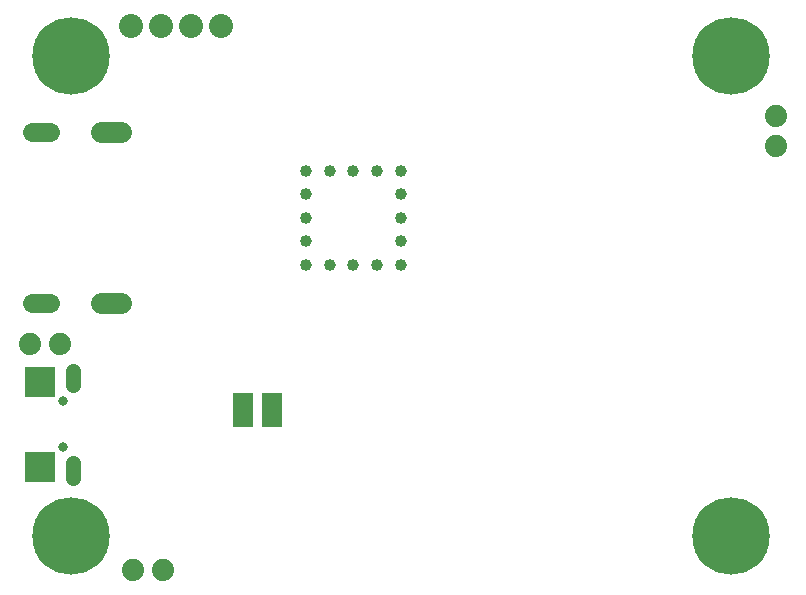
<source format=gbr>
G04 EAGLE Gerber RS-274X export*
G75*
%MOMM*%
%FSLAX34Y34*%
%LPD*%
%INSoldermask Bottom*%
%IPPOS*%
%AMOC8*
5,1,8,0,0,1.08239X$1,22.5*%
G01*
%ADD10C,1.751600*%
%ADD11C,1.601600*%
%ADD12C,1.009600*%
%ADD13R,1.651000X2.921000*%
%ADD14C,6.553200*%
%ADD15C,1.879600*%
%ADD16C,0.801600*%
%ADD17R,2.601600X2.601600*%
%ADD18C,1.309600*%
%ADD19C,2.032000*%


D10*
X76650Y392500D02*
X93150Y392500D01*
X93150Y247500D02*
X76650Y247500D01*
D11*
X32800Y247500D02*
X17800Y247500D01*
X17800Y392500D02*
X32800Y392500D01*
D12*
X250000Y360000D03*
X270000Y360000D03*
X290000Y360000D03*
X310000Y360000D03*
X330000Y360000D03*
X330000Y340000D03*
X330000Y320000D03*
X330000Y300000D03*
X330000Y280000D03*
X310000Y280000D03*
X290000Y280000D03*
X270000Y280000D03*
X250000Y280000D03*
X250000Y300000D03*
X250000Y320000D03*
X250000Y340000D03*
D13*
X196270Y157500D03*
X221040Y157500D03*
D14*
X50800Y457200D03*
X609600Y457200D03*
X609600Y50800D03*
X50800Y50800D03*
D15*
X128700Y22000D03*
X103300Y22000D03*
D16*
X43850Y164500D03*
X43850Y125500D03*
D17*
X24850Y109000D03*
X24850Y181000D03*
D18*
X52850Y178000D02*
X52850Y190080D01*
X52850Y112000D02*
X52850Y99920D01*
D19*
X101600Y482600D03*
X127000Y482600D03*
X152400Y482600D03*
X177800Y482600D03*
D15*
X647700Y406400D03*
X647700Y381000D03*
X16510Y213360D03*
X41910Y213360D03*
M02*

</source>
